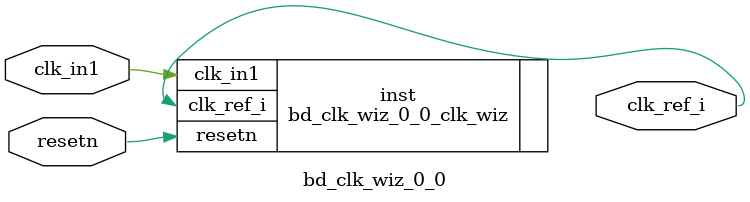
<source format=v>


`timescale 1ps/1ps

(* CORE_GENERATION_INFO = "bd_clk_wiz_0_0,clk_wiz_v5_3_3_0,{component_name=bd_clk_wiz_0_0,use_phase_alignment=true,use_min_o_jitter=false,use_max_i_jitter=false,use_dyn_phase_shift=false,use_inclk_switchover=false,use_dyn_reconfig=false,enable_axi=0,feedback_source=FDBK_AUTO,PRIMITIVE=MMCM,num_out_clk=1,clkin1_period=10.0,clkin2_period=10.0,use_power_down=false,use_reset=true,use_locked=false,use_inclk_stopped=false,feedback_type=SINGLE,CLOCK_MGR_TYPE=NA,manual_override=false}" *)

module bd_clk_wiz_0_0 
 (
  // Clock out ports
  output        clk_ref_i,
  // Status and control signals
  input         resetn,
 // Clock in ports
  input         clk_in1
 );

  bd_clk_wiz_0_0_clk_wiz inst
  (
  // Clock out ports  
  .clk_ref_i(clk_ref_i),
  // Status and control signals               
  .resetn(resetn), 
 // Clock in ports
  .clk_in1(clk_in1)
  );

endmodule

</source>
